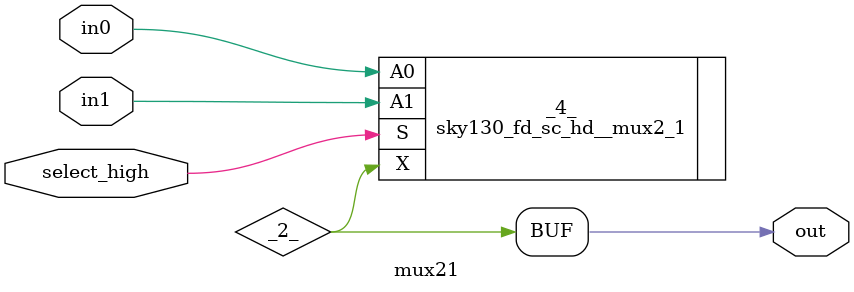
<source format=v>
/* Generated by Yosys 0.51+107 (git sha1 f03b44959, g++ 11.4.0-1ubuntu1~22.04 -fPIC -O3) */

module P(A, P, B);
  wire _0_;
  wire _1_;
  wire _2_;
  input A;
  wire A;
  input B;
  wire B;
  output P;
  wire P;
  sky130_fd_sc_hd__xor2_1 _3_ (
    .A(_1_),
    .B(_0_),
    .X(_2_)
  );
  assign _1_ = B;
  assign _0_ = A;
  assign P = _2_;
endmodule

module and4(p0, p1, bypass, p2, p3);
  wire _0_;
  wire _1_;
  wire _2_;
  wire _3_;
  wire _4_;
  wire _5_;
  wire _6_;
  output bypass;
  wire bypass;
  input p0;
  wire p0;
  input p1;
  wire p1;
  input p2;
  wire p2;
  input p3;
  wire p3;
  sky130_fd_sc_hd__and4_1 _7_ (
    .A(_4_),
    .B(_3_),
    .C(_5_),
    .D(_6_),
    .X(_2_)
  );
  assign _4_ = p1;
  assign _3_ = p0;
  assign _5_ = p2;
  assign _6_ = p3;
  assign bypass = _2_;
endmodule

module cba16(clk, s1, s2, s3, s4, s5, s6, s7, s8, s9, s10, s11, s12, s13, s14, s15, s16, cout, a1, b1, a2
, b2, a3, b3, a4, b4, a5, b5, a6, b6, a7, b7, a8, b8, a9, b9, a10, b10, a11, b11, a12, b12
, a13, b13, a14, b14, a15, b15, a16, b16, cin);
  input a1;
  wire a1;
  input a10;
  wire a10;
  input a11;
  wire a11;
  input a12;
  wire a12;
  input a13;
  wire a13;
  input a14;
  wire a14;
  input a15;
  wire a15;
  input a16;
  wire a16;
  input a2;
  wire a2;
  input a3;
  wire a3;
  input a4;
  wire a4;
  input a5;
  wire a5;
  input a6;
  wire a6;
  input a7;
  wire a7;
  input a8;
  wire a8;
  input a9;
  wire a9;
  input b1;
  wire b1;
  input b10;
  wire b10;
  input b11;
  wire b11;
  input b12;
  wire b12;
  input b13;
  wire b13;
  input b14;
  wire b14;
  input b15;
  wire b15;
  input b16;
  wire b16;
  input b2;
  wire b2;
  input b3;
  wire b3;
  input b4;
  wire b4;
  input b5;
  wire b5;
  input b6;
  wire b6;
  input b7;
  wire b7;
  input b8;
  wire b8;
  input b9;
  wire b9;
  input cin;
  wire cin;
  input clk;
  wire clk;
  output cout;
  wire cout;
  wire net1;
  wire net10;
  wire net11;
  wire net12;
  wire net13;
  wire net14;
  wire net15;
  wire net16;
  wire net17;
  wire net18;
  wire net19;
  wire net2;
  wire net20;
  wire net21;
  wire net22;
  wire net23;
  wire net24;
  wire net25;
  wire net26;
  wire net27;
  wire net28;
  wire net29;
  wire net3;
  wire net30;
  wire net31;
  wire net32;
  wire net33;
  wire net34;
  wire net35;
  wire net36;
  wire net37;
  wire net38;
  wire net39;
  wire net4;
  wire net5;
  wire net6;
  wire net7;
  wire net8;
  wire net9;
  wire rg_a1;
  wire rg_a10;
  wire rg_a11;
  wire rg_a12;
  wire rg_a13;
  wire rg_a14;
  wire rg_a15;
  wire rg_a16;
  wire rg_a2;
  wire rg_a3;
  wire rg_a4;
  wire rg_a5;
  wire rg_a6;
  wire rg_a7;
  wire rg_a8;
  wire rg_a9;
  wire rg_b1;
  wire rg_b10;
  wire rg_b11;
  wire rg_b12;
  wire rg_b13;
  wire rg_b14;
  wire rg_b15;
  wire rg_b16;
  wire rg_b2;
  wire rg_b3;
  wire rg_b4;
  wire rg_b5;
  wire rg_b6;
  wire rg_b7;
  wire rg_b8;
  wire rg_b9;
  wire rg_cin;
  wire rg_cout;
  wire rg_s1;
  wire rg_s10;
  wire rg_s11;
  wire rg_s12;
  wire rg_s13;
  wire rg_s14;
  wire rg_s15;
  wire rg_s16;
  wire rg_s2;
  wire rg_s3;
  wire rg_s4;
  wire rg_s5;
  wire rg_s6;
  wire rg_s7;
  wire rg_s8;
  wire rg_s9;
  output s1;
  wire s1;
  output s10;
  wire s10;
  output s11;
  wire s11;
  output s12;
  wire s12;
  output s13;
  wire s13;
  output s14;
  wire s14;
  output s15;
  wire s15;
  output s16;
  wire s16;
  output s2;
  wire s2;
  output s3;
  wire s3;
  output s4;
  wire s4;
  output s5;
  wire s5;
  output s6;
  wire s6;
  output s7;
  wire s7;
  output s8;
  wire s8;
  output s9;
  wire s9;
  wire wr_cout;
  wire wr_s1;
  wire wr_s10;
  wire wr_s11;
  wire wr_s12;
  wire wr_s13;
  wire wr_s14;
  wire wr_s15;
  wire wr_s16;
  wire wr_s2;
  wire wr_s3;
  wire wr_s4;
  wire wr_s5;
  wire wr_s6;
  wire wr_s7;
  wire wr_s8;
  wire wr_s9;
  sky130_fd_sc_hd__dfxtp_1 _00_ (
    .CLK(clk),
    .D(a1),
    .Q(rg_a1)
  );
  sky130_fd_sc_hd__dfxtp_1 _01_ (
    .CLK(clk),
    .D(b1),
    .Q(rg_b1)
  );
  sky130_fd_sc_hd__dfxtp_1 _02_ (
    .CLK(clk),
    .D(a2),
    .Q(rg_a2)
  );
  sky130_fd_sc_hd__dfxtp_1 _03_ (
    .CLK(clk),
    .D(b2),
    .Q(rg_b2)
  );
  sky130_fd_sc_hd__dfxtp_1 _04_ (
    .CLK(clk),
    .D(a3),
    .Q(rg_a3)
  );
  sky130_fd_sc_hd__dfxtp_1 _05_ (
    .CLK(clk),
    .D(b3),
    .Q(rg_b3)
  );
  sky130_fd_sc_hd__dfxtp_1 _06_ (
    .CLK(clk),
    .D(a4),
    .Q(rg_a4)
  );
  sky130_fd_sc_hd__dfxtp_1 _07_ (
    .CLK(clk),
    .D(b4),
    .Q(rg_b4)
  );
  sky130_fd_sc_hd__dfxtp_1 _08_ (
    .CLK(clk),
    .D(a5),
    .Q(rg_a5)
  );
  sky130_fd_sc_hd__dfxtp_1 _09_ (
    .CLK(clk),
    .D(b5),
    .Q(rg_b5)
  );
  sky130_fd_sc_hd__dfxtp_1 _10_ (
    .CLK(clk),
    .D(a6),
    .Q(rg_a6)
  );
  sky130_fd_sc_hd__dfxtp_1 _11_ (
    .CLK(clk),
    .D(b6),
    .Q(rg_b6)
  );
  sky130_fd_sc_hd__dfxtp_1 _12_ (
    .CLK(clk),
    .D(a7),
    .Q(rg_a7)
  );
  sky130_fd_sc_hd__dfxtp_1 _13_ (
    .CLK(clk),
    .D(b7),
    .Q(rg_b7)
  );
  sky130_fd_sc_hd__dfxtp_1 _14_ (
    .CLK(clk),
    .D(a8),
    .Q(rg_a8)
  );
  sky130_fd_sc_hd__dfxtp_1 _15_ (
    .CLK(clk),
    .D(b8),
    .Q(rg_b8)
  );
  sky130_fd_sc_hd__dfxtp_1 _16_ (
    .CLK(clk),
    .D(a9),
    .Q(rg_a9)
  );
  sky130_fd_sc_hd__dfxtp_1 _17_ (
    .CLK(clk),
    .D(b9),
    .Q(rg_b9)
  );
  sky130_fd_sc_hd__dfxtp_1 _18_ (
    .CLK(clk),
    .D(a10),
    .Q(rg_a10)
  );
  sky130_fd_sc_hd__dfxtp_1 _19_ (
    .CLK(clk),
    .D(b10),
    .Q(rg_b10)
  );
  sky130_fd_sc_hd__dfxtp_1 _20_ (
    .CLK(clk),
    .D(a11),
    .Q(rg_a11)
  );
  sky130_fd_sc_hd__dfxtp_1 _21_ (
    .CLK(clk),
    .D(b11),
    .Q(rg_b11)
  );
  sky130_fd_sc_hd__dfxtp_1 _22_ (
    .CLK(clk),
    .D(a12),
    .Q(rg_a12)
  );
  sky130_fd_sc_hd__dfxtp_1 _23_ (
    .CLK(clk),
    .D(b12),
    .Q(rg_b12)
  );
  sky130_fd_sc_hd__dfxtp_1 _24_ (
    .CLK(clk),
    .D(a13),
    .Q(rg_a13)
  );
  sky130_fd_sc_hd__dfxtp_1 _25_ (
    .CLK(clk),
    .D(b13),
    .Q(rg_b13)
  );
  sky130_fd_sc_hd__dfxtp_1 _26_ (
    .CLK(clk),
    .D(a14),
    .Q(rg_a14)
  );
  sky130_fd_sc_hd__dfxtp_1 _27_ (
    .CLK(clk),
    .D(b14),
    .Q(rg_b14)
  );
  sky130_fd_sc_hd__dfxtp_1 _28_ (
    .CLK(clk),
    .D(a15),
    .Q(rg_a15)
  );
  sky130_fd_sc_hd__dfxtp_1 _29_ (
    .CLK(clk),
    .D(b15),
    .Q(rg_b15)
  );
  sky130_fd_sc_hd__dfxtp_1 _30_ (
    .CLK(clk),
    .D(a16),
    .Q(rg_a16)
  );
  sky130_fd_sc_hd__dfxtp_1 _31_ (
    .CLK(clk),
    .D(b16),
    .Q(rg_b16)
  );
  sky130_fd_sc_hd__dfxtp_1 _32_ (
    .CLK(clk),
    .D(cin),
    .Q(rg_cin)
  );
  sky130_fd_sc_hd__dfxtp_1 _33_ (
    .CLK(clk),
    .D(wr_s1),
    .Q(rg_s1)
  );
  sky130_fd_sc_hd__dfxtp_1 _34_ (
    .CLK(clk),
    .D(wr_s2),
    .Q(rg_s2)
  );
  sky130_fd_sc_hd__dfxtp_1 _35_ (
    .CLK(clk),
    .D(wr_s3),
    .Q(rg_s3)
  );
  sky130_fd_sc_hd__dfxtp_1 _36_ (
    .CLK(clk),
    .D(wr_s4),
    .Q(rg_s4)
  );
  sky130_fd_sc_hd__dfxtp_1 _37_ (
    .CLK(clk),
    .D(wr_s5),
    .Q(rg_s5)
  );
  sky130_fd_sc_hd__dfxtp_1 _38_ (
    .CLK(clk),
    .D(wr_s6),
    .Q(rg_s6)
  );
  sky130_fd_sc_hd__dfxtp_1 _39_ (
    .CLK(clk),
    .D(wr_s7),
    .Q(rg_s7)
  );
  sky130_fd_sc_hd__dfxtp_1 _40_ (
    .CLK(clk),
    .D(wr_s8),
    .Q(rg_s8)
  );
  sky130_fd_sc_hd__dfxtp_1 _41_ (
    .CLK(clk),
    .D(wr_s9),
    .Q(rg_s9)
  );
  sky130_fd_sc_hd__dfxtp_1 _42_ (
    .CLK(clk),
    .D(wr_s10),
    .Q(rg_s10)
  );
  sky130_fd_sc_hd__dfxtp_1 _43_ (
    .CLK(clk),
    .D(wr_s11),
    .Q(rg_s11)
  );
  sky130_fd_sc_hd__dfxtp_1 _44_ (
    .CLK(clk),
    .D(wr_s12),
    .Q(rg_s12)
  );
  sky130_fd_sc_hd__dfxtp_1 _45_ (
    .CLK(clk),
    .D(wr_s13),
    .Q(rg_s13)
  );
  sky130_fd_sc_hd__dfxtp_1 _46_ (
    .CLK(clk),
    .D(wr_s14),
    .Q(rg_s14)
  );
  sky130_fd_sc_hd__dfxtp_1 _47_ (
    .CLK(clk),
    .D(wr_s15),
    .Q(rg_s15)
  );
  sky130_fd_sc_hd__dfxtp_1 _48_ (
    .CLK(clk),
    .D(wr_s16),
    .Q(rg_s16)
  );
  sky130_fd_sc_hd__dfxtp_1 _49_ (
    .CLK(clk),
    .D(wr_cout),
    .Q(rg_cout)
  );
  fa x1 (
    .a(rg_a1),
    .b(rg_b1),
    .cin(rg_cin),
    .cout(net4),
    .sum(wr_s1)
  );
  mux21 x10 (
    .in0(net6),
    .in1(net5),
    .out(net10),
    .select_high(net25)
  );
  fa x11 (
    .a(rg_a9),
    .b(rg_b9),
    .cin(net10),
    .cout(net14),
    .sum(wr_s9)
  );
  fa x12 (
    .a(rg_a10),
    .b(rg_b10),
    .cin(net14),
    .cout(net13),
    .sum(wr_s10)
  );
  fa x13 (
    .a(rg_a11),
    .b(rg_b11),
    .cin(net13),
    .cout(net12),
    .sum(wr_s11)
  );
  fa x14 (
    .a(rg_a12),
    .b(rg_b12),
    .cin(net12),
    .cout(net11),
    .sum(wr_s12)
  );
  mux21 x15 (
    .in0(net11),
    .in1(net10),
    .out(net15),
    .select_high(net30)
  );
  fa x16 (
    .a(rg_a13),
    .b(rg_b13),
    .cin(net15),
    .cout(net19),
    .sum(wr_s13)
  );
  fa x17 (
    .a(rg_a14),
    .b(rg_b14),
    .cin(net19),
    .cout(net18),
    .sum(wr_s14)
  );
  fa x18 (
    .a(rg_a15),
    .b(rg_b15),
    .cin(net18),
    .cout(net17),
    .sum(wr_s15)
  );
  fa x19 (
    .a(rg_a16),
    .b(rg_b16),
    .cin(net17),
    .cout(net16),
    .sum(wr_s16)
  );
  fa x2 (
    .a(rg_a2),
    .b(rg_b2),
    .cin(net4),
    .cout(net3),
    .sum(wr_s2)
  );
  mux21 x20 (
    .in0(net16),
    .in1(net15),
    .out(wr_cout),
    .select_high(net35)
  );
  P x21 (
    .A(rg_a1),
    .B(rg_b1),
    .P(net21)
  );
  P x22 (
    .A(rg_a2),
    .B(rg_b2),
    .P(net22)
  );
  P x23 (
    .A(rg_a3),
    .B(rg_b3),
    .P(net23)
  );
  P x24 (
    .A(rg_a4),
    .B(rg_b4),
    .P(net24)
  );
  P x25 (
    .A(rg_a5),
    .B(rg_b5),
    .P(net26)
  );
  P x26 (
    .A(rg_a6),
    .B(rg_b6),
    .P(net27)
  );
  P x27 (
    .A(rg_a7),
    .B(rg_b7),
    .P(net28)
  );
  P x28 (
    .A(rg_a8),
    .B(rg_b8),
    .P(net29)
  );
  P x29 (
    .A(rg_a9),
    .B(rg_b9),
    .P(net31)
  );
  fa x3 (
    .a(rg_a3),
    .b(rg_b3),
    .cin(net3),
    .cout(net2),
    .sum(wr_s3)
  );
  P x30 (
    .A(rg_a10),
    .B(rg_b10),
    .P(net32)
  );
  P x31 (
    .A(rg_a11),
    .B(rg_b11),
    .P(net33)
  );
  P x32 (
    .A(rg_a12),
    .B(rg_b12),
    .P(net34)
  );
  P x33 (
    .A(rg_a13),
    .B(rg_b13),
    .P(net36)
  );
  P x34 (
    .A(rg_a14),
    .B(rg_b14),
    .P(net37)
  );
  P x35 (
    .A(rg_a15),
    .B(rg_b15),
    .P(net38)
  );
  P x36 (
    .A(rg_a16),
    .B(rg_b16),
    .P(net39)
  );
  and4 x37 (
    .bypass(net20),
    .p0(net21),
    .p1(net22),
    .p2(net23),
    .p3(net24)
  );
  and4 x38 (
    .bypass(net25),
    .p0(net26),
    .p1(net27),
    .p2(net28),
    .p3(net29)
  );
  and4 x39 (
    .bypass(net30),
    .p0(net31),
    .p1(net32),
    .p2(net33),
    .p3(net34)
  );
  fa x4 (
    .a(rg_a4),
    .b(rg_b4),
    .cin(net2),
    .cout(net1),
    .sum(wr_s4)
  );
  and4 x40 (
    .bypass(net35),
    .p0(net36),
    .p1(net37),
    .p2(net38),
    .p3(net39)
  );
  mux21 x5 (
    .in0(net1),
    .in1(cin),
    .out(net5),
    .select_high(net20)
  );
  fa x6 (
    .a(rg_a5),
    .b(rg_b5),
    .cin(net5),
    .cout(net9),
    .sum(wr_s5)
  );
  fa x7 (
    .a(rg_a6),
    .b(rg_b6),
    .cin(net9),
    .cout(net8),
    .sum(wr_s6)
  );
  fa x8 (
    .a(rg_a7),
    .b(rg_b7),
    .cin(net8),
    .cout(net7),
    .sum(wr_s7)
  );
  fa x9 (
    .a(rg_a8),
    .b(rg_b8),
    .cin(net7),
    .cout(net6),
    .sum(wr_s8)
  );
  assign cout = rg_cout;
  assign s1 = rg_s1;
  assign s10 = rg_s10;
  assign s11 = rg_s11;
  assign s12 = rg_s12;
  assign s13 = rg_s13;
  assign s14 = rg_s14;
  assign s15 = rg_s15;
  assign s16 = rg_s16;
  assign s2 = rg_s2;
  assign s3 = rg_s3;
  assign s4 = rg_s4;
  assign s5 = rg_s5;
  assign s6 = rg_s6;
  assign s7 = rg_s7;
  assign s8 = rg_s8;
  assign s9 = rg_s9;
endmodule

module fa(a, sum, b, cout, cin);
  wire _0_;
  wire _1_;
  wire _2_;
  wire _3_;
  wire _4_;
  wire _5_;
  wire _6_;
  wire _7_;
  input a;
  wire a;
  input b;
  wire b;
  input cin;
  wire cin;
  output cout;
  wire cout;
  output sum;
  wire sum;
  sky130_fd_sc_hd__xor3_1 _8_ (
    .A(_5_),
    .B(_3_),
    .C(_4_),
    .X(_7_)
  );
  sky130_fd_sc_hd__maj3_1 _9_ (
    .A(_5_),
    .B(_3_),
    .C(_4_),
    .X(_6_)
  );
  assign _5_ = cin;
  assign _3_ = a;
  assign _4_ = b;
  assign sum = _7_;
  assign cout = _6_;
endmodule

module mux21(in0, in1, out, select_high);
  wire _0_;
  wire _1_;
  wire _2_;
  wire _3_;
  input in0;
  wire in0;
  input in1;
  wire in1;
  output out;
  wire out;
  input select_high;
  wire select_high;
  sky130_fd_sc_hd__mux2_1 _4_ (
    .A0(_0_),
    .A1(_1_),
    .S(_3_),
    .X(_2_)
  );
  assign _0_ = in0;
  assign _1_ = in1;
  assign _3_ = select_high;
  assign out = _2_;
endmodule

</source>
